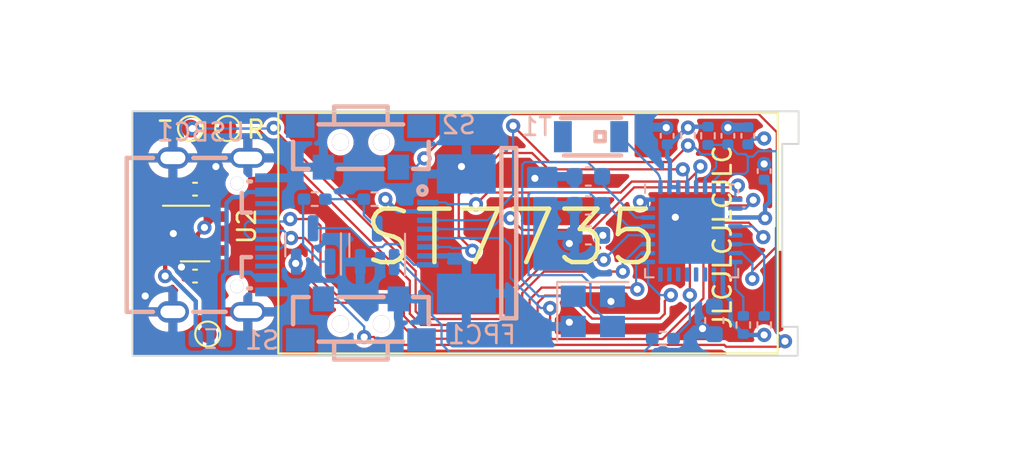
<source format=kicad_pcb>
(kicad_pcb (version 20211014) (generator pcbnew)
  (layers (0 "F.Cu" signal) (1 "In1.Cu" signal) (2 "In2.Cu" signal) (31 "B.Cu" signal) (34 "B.Paste" user) (35 "F.Paste" user) (36 "B.SilkS" user "B.Silkscreen") (37 "F.SilkS" user "F.Silkscreen") (38 "B.Mask" user) (39 "F.Mask" user) (44 "Edge.Cuts" user))
  (net 0 "")
  (net 1 "+5V")
  (net 2 "GND")
  (net 3 "EN")
  (net 4 "+3V3")
  (net 5 "/XTAL1_N")
  (net 6 "/XTAL1_P")
  (net 7 "VDD_SPI")
  (net 8 "Net-(F2-Pad2)")
  (net 9 "Net-(FPC1-Pad1)")
  (net 10 "LCD_RESET")
  (net 11 "LCD_RS")
  (net 12 "LCD_DATA")
  (net 13 "IO2")
  (net 14 "LCD_CS")
  (net 15 "RX")
  (net 16 "TX")
  (net 17 "Net-(Q1-Pad1)")
  (net 18 "Net-(Q1-Pad3)")
  (net 19 "Net-(Q2-Pad1)")
  (net 20 "IO8")
  (net 21 "IO10")
  (net 22 "LCD_BL")
  (net 23 "UPLOAD")
  (net 24 "Net-(T1-Pad1)")
  (net 34 "USB_N")
  (net 35 "USB_P")
  (footprint "01_LCSC_CUSTOM:ST7735_PCB_Connector" (layer "F.Cu") (at 101.5492 50.2142)
    (fp_text reference "FPC1")
    (fp_text value "KH-CL0.5-H2.0-8PS")
  )
  (footprint "Package_TO_SOT_SMD:SOT-23-5" (layer "F.Cu") (at 68.8848 43.4848)
    (fp_text reference "U2")
    (fp_text value "ME6211C33_LDO_3v3_500mA")
  )
  (footprint "Capacitor_SMD:C_0402_1005Metric" (layer "F.Cu") (at 68.8848 45.8724 180)
    (fp_text reference "C10" hide)
    (fp_text value "10uF")
  )
  (footprint "TestPoint:TestPoint_Pad_D1.0mm" (layer "F.Cu") (at 70.7136 37.592)
    (fp_text reference "J2" hide)
    (fp_text value "Conn_01x01_Female")
  )
  (footprint "TestPoint:TestPoint_Pad_D1.0mm" (layer "F.Cu") (at 68.6308 37.592)
    (fp_text reference "J3" hide)
    (fp_text value "Conn_01x01_Female")
  )
  (footprint "Capacitor_SMD:C_0402_1005Metric" (layer "F.Cu") (at 68.8848 40.9956)
    (fp_text reference "C5" hide)
    (fp_text value "10uF")
  )
  (footprint "TestPoint:TestPoint_Pad_D1.0mm" (layer "F.Cu") (at 69.596 49.1236)
    (fp_text reference "J1" hide)
    (fp_text value "Conn_01x01_Female")
  )
  (footprint "Resistor_SMD:R_0402_1005Metric" (layer "B.Cu") (at 96.52 37.9984 90)
    (fp_text reference "R4" hide)
    (fp_text value "10k")
  )
  (footprint "01_LCSC_CUSTOM:USB-C-SMD_TYPE-C-USB-17" (layer "B.Cu") (at 70.2729 43.5592 90)
    (fp_text reference "USBC1")
    (fp_text value "USB3.1C16PFSMT")
  )
  (footprint "Resistor_SMD:R_0402_1005Metric_Pad0.72x0.64mm_HandSolder" (layer "B.Cu") (at 78.9432 41.5544 180)
    (fp_text reference "R8" hide)
    (fp_text value "1k")
  )
  (footprint "Capacitor_SMD:C_0603_1608Metric" (layer "B.Cu") (at 90.932 43.5864 180)
    (fp_text reference "C4" hide)
    (fp_text value "1uF")
  )
  (footprint "01_LCSC_CUSTOM:SMD_Taster_Seitenbetaetigt" (layer "B.Cu") (at 78.1812 38.608)
    (fp_text reference "S2")
    (fp_text value "UPLOAD")
  )
  (footprint "Resistor_SMD:R_0402_1005Metric_Pad0.72x0.64mm_HandSolder" (layer "B.Cu") (at 95.1097 49.3776 180)
    (fp_text reference "R7" hide)
    (fp_text value "1k")
  )
  (footprint "01_LCSC_CUSTOM:Antenne_2.4GHz" (layer "B.Cu") (at 91.0844 38.0492 180)
    (fp_text reference "T1")
    (fp_text value "Antenne_2.4GHz")
  )
  (footprint "Package_TO_SOT_SMD:SOT-23" (layer "B.Cu") (at 79.0956 44.1452 90)
    (fp_text reference "Q1" hide)
    (fp_text value "MMBT5551L")
  )
  (footprint "Capacitor_SMD:C_0603_1608Metric" (layer "B.Cu") (at 90.932 41.91)
    (fp_text reference "C7" hide)
    (fp_text value "15pF")
  )
  (footprint "Package_TO_SOT_SMD:SOT-23" (layer "B.Cu") (at 75.504 44.1221 90)
    (fp_text reference "Q2" hide)
    (fp_text value "MMBT5401")
  )
  (footprint "Capacitor_SMD:C_0402_1005Metric" (layer "B.Cu") (at 99.8728 37.9984 90)
    (fp_text reference "C3" hide)
    (fp_text value "100nF" hide)
  )
  (footprint "Capacitor_SMD:C_0402_1005Metric" (layer "B.Cu") (at 98.7552 37.9984 90)
    (fp_text reference "C1" hide)
    (fp_text value "100nF")
  )
  (footprint "Crystal:Crystal_SMD_3225-4Pin_3.2x2.5mm" (layer "B.Cu") (at 91.186 47.8536)
    (fp_text reference "Y1" hide)
    (fp_text value "Crystal_GND24")
  )
  (footprint "Resistor_SMD:R_0402_1005Metric" (layer "B.Cu") (at 97.6376 37.9984 90)
    (fp_text reference "R1" hide)
    (fp_text value "10k")
  )
  (footprint "Capacitor_SMD:C_0402_1005Metric" (layer "B.Cu") (at 95.3516 37.9984 90)
    (fp_text reference "C2" hide)
    (fp_text value "10uF")
  )
  (footprint "Resistor_SMD:R_0603_1608Metric" (layer "B.Cu") (at 69.7484 49.3776)
    (fp_text reference "F2" hide)
    (fp_text value "250mA")
  )
  (footprint "Capacitor_SMD:C_0603_1608Metric" (layer "B.Cu") (at 90.932 40.2844)
    (fp_text reference "C6" hide)
    (fp_text value "15pF")
  )
  (footprint "Resistor_SMD:R_0402_1005Metric_Pad0.72x0.64mm_HandSolder" (layer "B.Cu") (at 75.5904 41.5544 180)
    (fp_text reference "R9" hide)
    (fp_text value "1k")
  )
  (footprint "Capacitor_SMD:C_0402_1005Metric" (layer "B.Cu") (at 100.7872 39.9796 90)
    (fp_text reference "C8" hide)
    (fp_text value "100nF")
  )
  (footprint "Resistor_SMD:R_0402_1005Metric" (layer "B.Cu") (at 99.6188 48.6156 -90)
    (fp_text reference "R3" hide)
    (fp_text value "10k")
  )
  (footprint "Capacitor_SMD:C_0603_1608Metric" (layer "B.Cu") (at 97.9932 48.3616 -90)
    (fp_text reference "C9" hide)
    (fp_text value "1uF")
  )
  (footprint "Resistor_SMD:R_0402_1005Metric" (layer "B.Cu") (at 100.7872 48.6156 -90)
    (fp_text reference "R2" hide)
    (fp_text value "10k")
  )
  (footprint "Package_DFN_QFN:QFN-32-1EP_5x5mm_P0.5mm_EP3.7x3.7mm" (layer "B.Cu") (at 96.7232 43.3324 -90)
    (fp_text reference "U1" hide)
    (fp_text value "ESP32-C3FN4")
  )
  (footprint "01_LCSC_CUSTOM:SMD_Taster_Seitenbetaetigt" (layer "B.Cu") (at 78.1812 48.3023 180)
    (fp_text reference "S1")
    (fp_text value "RESET")
  )
  (gr_line (start 101.8032 38.4556) (end 101.8032 48.7172) (layer "Edge.Cuts") (width 0.1))
  (gr_line (start 65.3796 36.6268) (end 102.7176 36.6268) (layer "Edge.Cuts") (width 0.1))
  (gr_line (start 102.7176 38.4556) (end 102.6668 38.4556) (layer "Edge.Cuts") (width 0.1))
  (gr_line (start 102.6668 50.3428) (end 65.3796 50.3428) (layer "Edge.Cuts") (width 0.1))
  (gr_line (start 102.7176 36.6268) (end 102.7176 38.4556) (layer "Edge.Cuts") (width 0.1))
  (gr_line (start 65.3796 50.3428) (end 65.3796 36.6268) (layer "Edge.Cuts") (width 0.1))
  (gr_line (start 102.6668 48.7172) (end 102.6668 50.3428) (layer "Edge.Cuts") (width 0.1))
  (gr_line (start 101.8032 48.7172) (end 102.6668 48.7172) (layer "Edge.Cuts") (width 0.1))
  (gr_line (start 102.6668 38.4556) (end 101.8032 38.4556) (layer "Edge.Cuts") (width 0.1))
  (gr_text "R" (at 72.2884 37.6428) (layer "F.SilkS") (effects (font (size 1 1))))
  (gr_text "JLCJLCJLCJLC" (at 98.4504 43.688 90) (layer "F.SilkS") (effects (font (size 1 1))))
  (gr_text "T" (at 67.2084 37.6936) (layer "F.SilkS") (effects (font (size 1 1))))
  (segment (start 67.7473 42.5348) (end 67.367263 42.5348) (width 0.245) (layer "F.Cu") (net 1))
  (segment (start 68.4048 41.8773) (end 67.7473 42.5348) (width 0.245) (layer "F.Cu") (net 1))
  (segment (start 67.352063 42.5196) (end 66.6496 42.5196) (width 0.245) (layer "F.Cu") (net 1))
  (segment (start 66.8884 44.4348) (end 67.7473 44.4348) (width 0.245) (layer "F.Cu") (net 1))
  (segment (start 66.3956 42.7736) (end 66.3956 43.942) (width 0.245) (layer "F.Cu") (net 1))
  (segment (start 67.2084 45.8724) (end 67.2084 44.9737) (width 0.245) (layer "F.Cu") (net 1))
  (segment (start 66.3956 43.942) (end 66.8884 44.4348) (width 0.245) (layer "F.Cu") (net 1))
  (segment (start 67.2084 44.9737) (end 67.7473 44.4348) (width 0.245) (layer "F.Cu") (net 1))
  (segment (start 66.6496 42.5196) (end 66.3956 42.7736) (width 0.245) (layer "F.Cu") (net 1))
  (segment (start 67.367263 42.5348) (end 67.352063 42.5196) (width 0.245) (layer "F.Cu") (net 1))
  (segment (start 68.4048 40.9956) (end 68.4048 41.8773) (width 0.245) (layer "F.Cu") (net 1))
  (via (at 67.2084 45.8724) (size 0.8) (drill 0.4) (layers "F.Cu" "B.Cu") (net 1))
  (segment (start 68.9234 47.2826) (end 67.5132 45.8724) (width 0.245) (layer "B.Cu") (net 1))
  (segment (start 68.9234 49.3776) (end 68.9234 47.4858) (width 0.245) (layer "B.Cu") (net 1))
  (segment (start 68.9234 47.4858) (end 68.9234 47.2826) (width 0.245) (layer "B.Cu") (net 1))
  (segment (start 67.5132 45.8724) (end 67.2084 45.8724) (width 0.245) (layer "B.Cu") (net 1))
  (via (at 95.3008 37.5412) (size 0.8) (drill 0.4) (layers "F.Cu" "B.Cu") (net 2))
  (via (at 70.0532 39.7256) (size 0.8) (drill 0.4) (layers "F.Cu" "B.Cu") (net 2))
  (via (at 100.7872 39.5801) (size 0.8) (drill 0.4) (layers "F.Cu" "B.Cu") (net 2))
  (via (at 89.8652 44.0436) (size 0.8) (drill 0.4) (layers "F.Cu" "B.Cu") (net 2))
  (via (at 66.0908 46.99) (size 0.8) (drill 0.4) (layers "F.Cu" "B.Cu") (net 2))
  (via (at 89.8652 48.4632) (size 0.8) (drill 0.4) (layers "F.Cu" "B.Cu") (net 2))
  (via (at 92.198775 47.2948) (size 0.8) (drill 0.4) (layers "F.Cu" "B.Cu") (net 2))
  (via (at 83.82 39.7256) (size 0.8) (drill 0.4) (layers "F.Cu" "B.Cu") (net 2))
  (via (at 68.1228 45.3644) (size 0.8) (drill 0.4) (layers "F.Cu" "B.Cu") (net 2))
  (via (at 97.3328 48.8188) (size 0.8) (drill 0.4) (layers "F.Cu" "B.Cu") (net 2))
  (via (at 87.9348 40.386) (size 0.8) (drill 0.4) (layers "F.Cu" "B.Cu") (net 2))
  (via (at 95.8088 42.5704) (size 0.8) (drill 0.4) (layers "F.Cu" "B.Cu") (net 2))
  (via (at 98.7552 37.5412) (size 0.8) (drill 0.4) (layers "F.Cu" "B.Cu") (net 2))
  (via (at 67.6656 43.4848) (size 0.8) (drill 0.4) (layers "F.Cu" "B.Cu") (net 2))
  (segment (start 99.8728 37.5184) (end 98.778 37.5184) (width 0.127) (layer "B.Cu") (net 2))
  (segment (start 100.7872 39.4996) (end 100.7872 39.5801) (width 0.127) (layer "B.Cu") (net 2))
  (segment (start 98.778 37.5184) (end 98.7552 37.5412) (width 0.127) (layer "B.Cu") (net 2))
  (segment (start 98.552 49.7332) (end 98.656211 49.837411) (width 0.127) (layer "F.Cu") (net 3))
  (segment (start 78.911148 49.294748) (end 79.331978 49.715578) (width 0.127) (layer "F.Cu") (net 3))
  (segment (start 98.656211 49.837411) (end 101.648189 49.837411) (width 0.127) (layer "F.Cu") (net 3))
  (segment (start 78.365595 49.294748) (end 78.911148 49.294748) (width 0.127) (layer "F.Cu") (net 3))
  (segment (start 79.331978 49.715578) (end 79.3496 49.7332) (width 0.127) (layer "F.Cu") (net 3))
  (segment (start 79.3496 49.7332) (end 98.552 49.7332) (width 0.127) (layer "F.Cu") (net 3))
  (segment (start 101.648189 49.837411) (end 101.9556 49.53) (width 0.127) (layer "F.Cu") (net 3))
  (via (at 78.365595 49.294748) (size 0.8) (drill 0.4) (layers "F.Cu" "B.Cu") (net 3))
  (via (at 101.9556 49.53) (size 0.8) (drill 0.4) (layers "F.Cu" "B.Cu") (net 3))
  (segment (start 101.4476 49.022) (end 101.4476 43.18) (width 0.127) (layer "B.Cu") (net 3))
  (segment (start 78.365595 48.709695) (end 78.365595 49.294748) (width 0.127) (layer "B.Cu") (net 3))
  (segment (start 97.6376 38.5084) (end 98.7252 38.5084) (width 0.127) (layer "B.Cu") (net 3))
  (segment (start 99.8728 39.9796) (end 99.8728 39.1668) (width 0.127) (layer "B.Cu") (net 3))
  (segment (start 99.8728 39.1668) (end 99.72742 39.02142) (width 0.127) (layer "B.Cu") (net 3))
  (segment (start 101.4476 43.18) (end 101.501011 43.126589) (width 0.127) (layer "B.Cu") (net 3))
  (segment (start 99.72742 39.02142) (end 99.29822 39.02142) (width 0.127) (layer "B.Cu") (net 3))
  (segment (start 99.7204 40.132) (end 99.8728 39.9796) (width 0.127) (layer "B.Cu") (net 3))
  (segment (start 101.9556 49.53) (end 101.4476 49.022) (width 0.127) (layer "B.Cu") (net 3))
  (segment (start 101.501011 38.864611) (end 100.452229 38.864611) (width 0.127) (layer "B.Cu") (net 3))
  (segment (start 97.9732 40.8824) (end 97.9732 40.522046) (width 0.127) (layer "B.Cu") (net 3))
  (segment (start 101.501011 43.126589) (end 101.501011 38.864611) (width 0.127) (layer "B.Cu") (net 3))
  (segment (start 98.7252 38.5084) (end 98.7552 38.4784) (width 0.127) (layer "B.Cu") (net 3))
  (segment (start 98.363246 40.132) (end 99.7204 40.132) (width 0.127) (layer "B.Cu") (net 3))
  (segment (start 100.452229 38.864611) (end 100.15004 39.1668) (width 0.127) (layer "B.Cu") (net 3))
  (segment (start 76.0812 47.1523) (end 76.8082 47.1523) (width 0.127) (layer "B.Cu") (net 3))
  (segment (start 99.29822 39.02142) (end 98.7552 38.4784) (width 0.127) (layer "B.Cu") (net 3))
  (segment (start 100.15004 39.1668) (end 99.8728 39.1668) (width 0.127) (layer "B.Cu") (net 3))
  (segment (start 97.9732 40.522046) (end 98.363246 40.132) (width 0.127) (layer "B.Cu") (net 3))
  (segment (start 76.8082 47.1523) (end 78.365595 48.709695) (width 0.127) (layer "B.Cu") (net 3))
  (segment (start 69.596 49.1236) (end 69.596 46.1036) (width 0.245) (layer "F.Cu") (net 4))
  (segment (start 69.596 46.1036) (end 69.3648 45.8724) (width 0.245) (layer "F.Cu") (net 4))
  (segment (start 69.03778 45.54538) (end 69.3648 45.8724) (width 0.245) (layer "F.Cu") (net 4))
  (segment (start 69.03778 43.51932) (end 69.03778 45.54538) (width 0.245) (layer "F.Cu") (net 4))
  (segment (start 70.0223 42.5348) (end 69.03778 43.51932) (width 0.245) (layer "F.Cu") (net 4))
  (via (at 100.7872 38.1508) (size 0.8) (drill 0.4) (layers "F.Cu" "B.Cu") (net 4))
  (via (at 79.5528 41.5544) (size 0.8) (drill 0.4) (layers "F.Cu" "B.Cu") (net 4))
  (via (at 96.52 37.5412) (size 0.8) (drill 0.4) (layers "F.Cu" "B.Cu") (net 4))
  (via (at 100.7872 49.1744) (size 0.8) (drill 0.4) (layers "F.Cu" "B.Cu") (net 4))
  (via (at 93.8276 41.7068) (size 0.8) (drill 0.4) (layers "F.Cu" "B.Cu") (net 4))
  (via (at 91.7448 43.5864) (size 0.8) (drill 0.4) (layers "F.Cu" "B.Cu") (net 4))
  (via (at 100.838 42.6212) (size 0.8) (drill 0.4) (layers "F.Cu" "B.Cu") (net 4))
  (via (at 69.41035 43.14675) (size 0.8) (drill 0.4) (layers "F.Cu" "B.Cu") (net 4))
  (via (at 74.5236 45.1612) (size 0.8) (drill 0.4) (layers "F.Cu" "B.Cu") (net 4))
  (segment (start 94.2732 42.0824) (end 94.2732 41.5824) (width 0.127) (layer "B.Cu") (net 4))
  (segment (start 100.7872 49.1744) (end 99.6676 49.1744) (width 0.245) (layer "B.Cu") (net 4))
  (segment (start 94.2452 41.5544) (end 94.2732 41.5824) (width 0.127) (layer "B.Cu") (net 4))
  (segment (start 96.52 37.4884) (end 95.53 38.4784) (width 0.245) (layer "B.Cu") (net 4))
  (segment (start 95.3516 38.4784) (end 95.3516 39.2176) (width 0.245) (layer "B.Cu") (net 4))
  (segment (start 80.2376 42.2392) (end 81.9302 42.2392) (width 0.245) (layer "B.Cu") (net 4))
  (segment (start 100.838 42.6212) (end 100.838 41.9608) (width 0.245) (layer "B.Cu") (net 4))
  (segment (start 98.4732 45.7824) (end 98.4732 46.817997) (width 0.245) (layer "B.Cu") (net 4))
  (segment (start 95.3516 39.2176) (end 95.504 39.37) (width 0.245) (layer "B.Cu") (net 4))
  (segment (start 93.8276 41.5544) (end 94.2452 41.5544) (width 0.127) (layer "B.Cu") (net 4))
  (segment (start 99.6676 49.1744) (end 99.6188 49.1256) (width 0.245) (layer "B.Cu") (net 4))
  (segment (start 95.504 39.37) (end 95.504 40.8516) (width 0.245) (layer "B.Cu") (net 4))
  (segment (start 79.5528 41.5544) (end 80.2376 42.2392) (width 0.245) (layer "B.Cu") (net 4))
  (segment (start 100.7872 38.1508) (end 100.2004 38.1508) (width 0.245) (layer "B.Cu") (net 4))
  (segment (start 100.2004 38.1508) (end 99.8728 38.4784) (width 0.245) (layer "B.Cu") (net 4))
  (segment (start 98.899203 48.406003) (end 99.6188 49.1256) (width 0.245) (layer "B.Cu") (net 4))
  (segment (start 101.092 40.7644) (end 100.7872 40.4596) (width 0.245) (layer "B.Cu") (net 4))
  (segment (start 96.52 37.4884) (end 97.6376 37.4884) (width 0.245) (layer "B.Cu") (net 4))
  (segment (start 95.504 40.8516) (end 95.4732 40.8824) (width 0.245) (layer "B.Cu") (net 4))
  (segment (start 99.1732 42.5824) (end 100.822 42.5824) (width 0.245) (layer "B.Cu") (net 4))
  (segment (start 95.53 38.4784) (end 95.3516 38.4784) (width 0.245) (layer "B.Cu") (net 4))
  (segment (start 95.4732 40.8824) (end 95.9732 40.8824) (width 0.245) (layer "B.Cu") (net 4))
  (segment (start 101.092 41.7068) (end 101.092 40.7644) (width 0.245) (layer "B.Cu") (net 4))
  (segment (start 98.899203 47.244) (end 98.899203 48.406003) (width 0.245) (layer "B.Cu") (net 4))
  (segment (start 98.4732 46.817997) (end 98.899203 47.244) (width 0.245) (layer "B.Cu") (net 4))
  (segment (start 100.838 41.9608) (end 101.092 41.7068) (width 0.245) (layer "B.Cu") (net 4))
  (segment (start 94.2732 42.5824) (end 93.5856 42.5824) (width 0.127) (layer "B.Cu") (net 5))
  (segment (start 87.2236 39.624) (end 87.376 39.4716) (width 0.127) (layer "B.Cu") (net 5))
  (segment (start 93.5856 42.5824) (end 91.707 40.7038) (width 0.127) (layer "B.Cu") (net 5))
  (segment (start 90.086 47.0036) (end 88.1516 47.0036) (width 0.127) (layer "B.Cu") (net 5))
  (segment (start 87.2236 46.0756) (end 87.2236 39.624) (width 0.127) (layer "B.Cu") (net 5))
  (segment (start 90.8942 39.4716) (end 91.707 40.2844) (width 0.127) (layer "B.Cu") (net 5))
  (segment (start 88.1516 47.0036) (end 87.2236 46.0756) (width 0.127) (layer "B.Cu") (net 5))
  (segment (start 91.707 40.7038) (end 91.707 40.2844) (width 0.127) (layer "B.Cu") (net 5))
  (segment (start 87.376 39.4716) (end 90.8942 39.4716) (width 0.127) (layer "B.Cu") (net 5))
  (segment (start 90.96898 41.17198) (end 91.707 41.91) (width 0.127) (layer "B.Cu") (net 6))
  (segment (start 87.5792 45.8216) (end 87.5792 41.3004) (width 0.127) (layer "B.Cu") (net 6))
  (segment (start 91.707 41.91) (end 91.9988 41.91) (width 0.127) (layer "B.Cu") (net 6))
  (segment (start 91.9988 41.91) (end 93.1712 43.0824) (width 0.127) (layer "B.Cu") (net 6))
  (segment (start 87.70762 41.17198) (end 90.96898 41.17198) (width 0.127) (layer "B.Cu") (net 6))
  (segment (start 91.049011 47.466611) (end 91.049011 46.294211) (width 0.127) (layer "B.Cu") (net 6))
  (segment (start 93.1712 43.0824) (end 94.2732 43.0824) (width 0.127) (layer "B.Cu") (net 6))
  (segment (start 92.286 48.7036) (end 91.049011 47.466611) (width 0.127) (layer "B.Cu") (net 6))
  (segment (start 91.049011 46.294211) (end 90.5764 45.8216) (width 0.127) (layer "B.Cu") (net 6))
  (segment (start 90.5764 45.8216) (end 87.5792 45.8216) (width 0.127) (layer "B.Cu") (net 6))
  (segment (start 87.5792 41.3004) (end 87.70762 41.17198) (width 0.127) (layer "B.Cu") (net 6))
  (segment (start 97.9732 47.5666) (end 97.9932 47.5866) (width 0.127) (layer "B.Cu") (net 7))
  (segment (start 97.9732 45.7824) (end 97.9732 47.5666) (width 0.127) (layer "B.Cu") (net 7))
  (segment (start 71.827633 41.1592) (end 72.9029 41.1592) (width 0.245) (layer "B.Cu") (net 8))
  (segment (start 71.996579 45.682179) (end 72.2736 45.9592) (width 0.245) (layer "B.Cu") (net 8))
  (segment (start 72.2736 45.9592) (end 72.9029 45.9592) (width 0.245) (layer "B.Cu") (net 8))
  (segment (start 70.5734 49.3776) (end 70.465879 49.270079) (width 0.245) (layer "B.Cu") (net 8))
  (segment (start 70.649821 45.682179) (end 70.649821 41.770579) (width 0.245) (layer "B.Cu") (net 8))
  (segment (start 70.649821 45.682179) (end 71.996579 45.682179) (width 0.245) (layer "B.Cu") (net 8))
  (segment (start 70.465879 45.866121) (end 70.649821 45.682179) (width 0.245) (layer "B.Cu") (net 8))
  (segment (start 70.984179 41.436221) (end 71.550612 41.436221) (width 0.245) (layer "B.Cu") (net 8))
  (segment (start 70.465879 49.270079) (end 70.465879 45.866121) (width 0.245) (layer "B.Cu") (net 8))
  (segment (start 71.550612 41.436221) (end 71.827633 41.1592) (width 0.245) (layer "B.Cu") (net 8))
  (segment (start 70.649821 41.770579) (end 70.984179 41.436221) (width 0.245) (layer "B.Cu") (net 8))
  (segment (start 81.9302 45.2392) (end 81.1548 45.2392) (width 0.127) (layer "B.Cu") (net 9))
  (segment (start 77.569098 43.1846) (end 75.504 43.1846) (width 0.127) (layer "B.Cu") (net 9))
  (segment (start 78.631298 44.2468) (end 77.569098 43.1846) (width 0.127) (layer "B.Cu") (net 9))
  (segment (start 80.60862 44.69302) (end 80.60862 44.324122) (width 0.127) (layer "B.Cu") (net 9))
  (segment (start 80.60862 44.324122) (end 80.366678 44.08218) (width 0.127) (layer "B.Cu") (net 9))
  (segment (start 80.366678 44.08218) (end 79.542718 44.08218) (width 0.127) (layer "B.Cu") (net 9))
  (segment (start 79.542718 44.08218) (end 79.378098 44.2468) (width 0.127) (layer "B.Cu") (net 9))
  (segment (start 81.1548 45.2392) (end 80.60862 44.69302) (width 0.127) (layer "B.Cu") (net 9))
  (segment (start 79.378098 44.2468) (end 78.631298 44.2468) (width 0.127) (layer "B.Cu") (net 9))
  (segment (start 83.6676 43.6372) (end 83.6676 41.3004) (width 0.127) (layer "F.Cu") (net 10))
  (segment (start 84.328 44.2976) (end 83.6676 43.6372) (width 0.127) (layer "F.Cu") (net 10))
  (segment (start 83.6676 41.3004) (end 86.0044 38.9636) (width 0.127) (layer "F.Cu") (net 10))
  (segment (start 86.0044 38.9636) (end 87.777831 38.9636) (width 0.127) (layer "F.Cu") (net 10))
  (segment (start 87.777831 38.9636) (end 88.649364 39.835134) (width 0.127) (layer "F.Cu") (net 10))
  (segment (start 88.649364 39.881364) (end 96.226 39.881364) (width 0.127) (layer "F.Cu") (net 10))
  (segment (start 88.649364 39.835134) (end 88.649364 39.881364) (width 0.127) (layer "F.Cu") (net 10))
  (via (at 84.4296 44.45) (size 0.8) (drill 0.4) (layers "F.Cu" "B.Cu") (net 10))
  (via (at 96.226 39.881364) (size 0.8) (drill 0.4) (layers "F.Cu" "B.Cu") (net 10))
  (segment (start 96.4732 40.8824) (end 96.4732 40.128564) (width 0.127) (layer "B.Cu") (net 10))
  (segment (start 83.2612 44.2976) (end 84.328 44.2976) (width 0.127) (layer "B.Cu") (net 10))
  (segment (start 83.2028 44.2392) (end 83.2612 44.2976) (width 0.127) (layer "B.Cu") (net 10))
  (segment (start 83.2028 44.2392) (end 81.9302 44.2392) (width 0.127) (layer "B.Cu") (net 10))
  (segment (start 96.4732 40.128564) (end 96.226 39.881364) (width 0.127) (layer "B.Cu") (net 10))
  (segment (start 88.788391 49.295071) (end 88.788391 47.6666) (width 0.127) (layer "F.Cu") (net 11))
  (segment (start 100.7364 43.688) (end 99.9236 42.8752) (width 0.127) (layer "F.Cu") (net 11))
  (segment (start 99.9236 42.8752) (end 98.044 42.8752) (width 0.127) (layer "F.Cu") (net 11))
  (segment (start 88.9 49.40668) (end 88.788391 49.295071) (width 0.127) (layer "F.Cu") (net 11))
  (segment (start 98.044 42.8752) (end 97.3836 43.5356) (width 0.127) (layer "F.Cu") (net 11))
  (segment (start 97.3836 47.11484) (end 95.09176 49.40668) (width 0.127) (layer "F.Cu") (net 11))
  (segment (start 95.09176 49.40668) (end 88.9 49.40668) (width 0.127) (layer "F.Cu") (net 11))
  (segment (start 97.3836 43.5356) (end 97.3836 47.11484) (width 0.127) (layer "F.Cu") (net 11))
  (via (at 88.788391 47.6666) (size 0.8) (drill 0.4) (layers "F.Cu" "B.Cu") (net 11))
  (via (at 100.7364 43.688) (size 0.8) (drill 0.4) (layers "F.Cu" "B.Cu") (net 11))
  (segment (start 86.1572 43.7392) (end 81.9302 43.7392) (width 0.127) (layer "B.Cu") (net 11))
  (segment (start 88.2558 47.6666) (end 86.5632 45.974) (width 0.127) (layer "B.Cu") (net 11))
  (segment (start 88.788391 47.6666) (end 88.2558 47.6666) (width 0.127) (layer "B.Cu") (net 11))
  (segment (start 100.1308 43.0824) (end 100.7364 43.688) (width 0.127) (layer "B.Cu") (net 11))
  (segment (start 99.1732 43.0824) (end 100.1308 43.0824) (width 0.127) (layer "B.Cu") (net 11))
  (segment (start 86.5632 45.974) (end 86.5632 44.1452) (width 0.127) (layer "B.Cu") (net 11))
  (segment (start 86.5632 44.1452) (end 86.1572 43.7392) (width 0.127) (layer "B.Cu") (net 11))
  (segment (start 87.221 43.2816) (end 86.5606 42.6212) (width 0.127) (layer "F.Cu") (net 12))
  (segment (start 91.11196 43.2816) (end 87.221 43.2816) (width 0.127) (layer "F.Cu") (net 12))
  (segment (start 93.49956 40.894) (end 91.11196 43.2816) (width 0.127) (layer "F.Cu") (net 12))
  (segment (start 99.215 40.894) (end 93.49956 40.894) (width 0.127) (layer "F.Cu") (net 12))
  (segment (start 99.314 40.795) (end 99.215 40.894) (width 0.127) (layer "F.Cu") (net 12))
  (via (at 86.5606 42.6212) (size 0.8) (drill 0.4) (layers "F.Cu" "B.Cu") (net 12))
  (via (at 99.314 40.795) (size 0.8) (drill 0.4) (layers "F.Cu" "B.Cu") (net 12))
  (segment (start 99.1732 41.5824) (end 99.1732 40.9358) (width 0.127) (layer "B.Cu") (net 12))
  (segment (start 86.0552 42.6212) (end 85.4372 43.2392) (width 0.127) (layer "B.Cu") (net 12))
  (segment (start 86.5606 42.6212) (end 86.0552 42.6212) (width 0.127) (layer "B.Cu") (net 12))
  (segment (start 85.4372 43.2392) (end 81.9302 43.2392) (width 0.127) (layer "B.Cu") (net 12))
  (segment (start 99.1732 40.9358) (end 99.314 40.795) (width 0.127) (layer "B.Cu") (net 12))
  (segment (start 86.7156 37.4396) (end 88.7476 39.4716) (width 0.127) (layer "F.Cu") (net 13))
  (segment (start 88.7476 39.4716) (end 95.589103 39.4716) (width 0.127) (layer "F.Cu") (net 13))
  (segment (start 95.589103 39.4716) (end 96.52 38.540703) (width 0.127) (layer "F.Cu") (net 13))
  (via (at 96.52 38.540703) (size 0.8) (drill 0.4) (layers "F.Cu" "B.Cu") (net 13))
  (via (at 86.7156 37.4396) (size 0.8) (drill 0.4) (layers "F.Cu" "B.Cu") (net 13))
  (segment (start 96.52 38.540703) (end 96.655903 38.540703) (width 0.127) (layer "B.Cu") (net 13))
  (segment (start 96.52 38.5084) (end 96.754715 38.5084) (width 0.127) (layer "B.Cu") (net 13))
  (segment (start 97.4732 40.398) (end 97.4732 40.8824) (width 0.127) (layer "B.Cu") (net 13))
  (segment (start 98.0948 39.7764) (end 97.4732 40.398) (width 0.127) (layer "B.Cu") (net 13))
  (segment (start 86.6648 41.3512) (end 86.7156 41.3004) (width 0.127) (layer "B.Cu") (net 13))
  (segment (start 86.7156 41.3004) (end 86.7156 37.4396) (width 0.127) (layer "B.Cu") (net 13))
  (segment (start 85.2768 42.7392) (end 86.6648 41.3512) (width 0.127) (layer "B.Cu") (net 13))
  (segment (start 98.0948 39.1668) (end 98.0948 39.7764) (width 0.127) (layer "B.Cu") (net 13))
  (segment (start 96.754715 38.5084) (end 97.287735 39.04142) (width 0.127) (layer "B.Cu") (net 13))
  (segment (start 81.9302 42.7392) (end 85.2768 42.7392) (width 0.127) (layer "B.Cu") (net 13))
  (segment (start 97.96942 39.04142) (end 98.0948 39.1668) (width 0.127) (layer "B.Cu") (net 13))
  (segment (start 97.287735 39.04142) (end 97.96942 39.04142) (width 0.127) (layer "B.Cu") (net 13))
  (segment (start 97.212451 39.720369) (end 97.212451 39.832553) (width 0.127) (layer "F.Cu") (net 14))
  (segment (start 93.36431 40.56748) (end 92.746895 41.184895) (width 0.127) (layer "F.Cu") (net 14))
  (segment (start 85.286607 41.184895) (end 84.6328 41.838702) (width 0.127) (layer "F.Cu") (net 14))
  (segment (start 97.212451 39.832553) (end 96.477524 40.56748) (width 0.127) (layer "F.Cu") (net 14))
  (segment (start 96.477524 40.56748) (end 93.36431 40.56748) (width 0.127) (layer "F.Cu") (net 14))
  (segment (start 92.746895 41.184895) (end 85.286607 41.184895) (width 0.127) (layer "F.Cu") (net 14))
  (via (at 97.212451 39.720369) (size 0.8) (drill 0.4) (layers "F.Cu" "B.Cu") (net 14))
  (via (at 84.6328 41.838702) (size 0.8) (drill 0.4) (layers "F.Cu" "B.Cu") (net 14))
  (segment (start 82.938 41.7392) (end 81.9302 41.7392) (width 0.127) (layer "B.Cu") (net 14))
  (segment (start 84.6328 41.838702) (end 83.037502 41.838702) (width 0.127) (layer "B.Cu") (net 14))
  (segment (start 96.9732 39.95962) (end 97.212451 39.720369) (width 0.127) (layer "B.Cu") (net 14))
  (segment (start 96.9732 40.8824) (end 96.9732 39.95962) (width 0.127) (layer "B.Cu") (net 14))
  (segment (start 83.037502 41.838702) (end 82.938 41.7392) (width 0.127) (layer "B.Cu") (net 14))
  (segment (start 80.9244 46.1264) (end 72.39 37.592) (width 0.127) (layer "F.Cu") (net 15))
  (segment (start 81.548908 48.612538) (end 80.9244 47.98803) (width 0.127) (layer "F.Cu") (net 15))
  (segment (start 88.4428 45.6184) (end 87.2236 46.8376) (width 0.127) (layer "F.Cu") (net 15))
  (segment (start 86.769462 48.612538) (end 81.548908 48.612538) (width 0.127) (layer "F.Cu") (net 15))
  (segment (start 80.9244 47.98803) (end 80.9244 46.1264) (width 0.127) (layer "F.Cu") (net 15))
  (segment (start 72.39 37.592) (end 70.7136 37.592) (width 0.127) (layer "F.Cu") (net 15))
  (segment (start 87.2236 46.8376) (end 87.2236 48.1584) (width 0.127) (layer "F.Cu") (net 15))
  (segment (start 87.2236 48.1584) (end 86.769462 48.612538) (width 0.127) (layer "F.Cu") (net 15))
  (segment (start 92.8624 45.6184) (end 88.4428 45.6184) (width 0.127) (layer "F.Cu") (net 15))
  (via (at 92.8624 45.6184) (size 0.8) (drill 0.4) (layers "F.Cu" "B.Cu") (net 15))
  (segment (start 92.8624 45.132846) (end 92.8624 45.6184) (width 0.127) (layer "B.Cu") (net 15))
  (segment (start 94.2732 44.0824) (end 93.912846 44.0824) (width 0.127) (layer "B.Cu") (net 15))
  (segment (start 93.912846 44.0824) (end 92.8624 45.132846) (width 0.127) (layer "B.Cu") (net 15))
  (segment (start 81.25092 45.58932) (end 73.290612 37.629012) (width 0.127) (layer "F.Cu") (net 16))
  (segment (start 81.25092 47.85278) (end 81.25092 45.991151) (width 0.127) (layer "F.Cu") (net 16))
  (segment (start 88.11628 45.483151) (end 86.89708 46.702351) (width 0.127) (layer "F.Cu") (net 16))
  (segment (start 91.7956 44.9554) (end 88.64403 44.9554) (width 0.127) (layer "F.Cu") (net 16))
  (segment (start 73.290612 37.629012) (end 73.290612 37.554988) (width 0.127) (layer "F.Cu") (net 16))
  (segment (start 86.89708 46.702351) (end 86.89708 47.8028) (width 0.127) (layer "F.Cu") (net 16))
  (segment (start 86.89708 48.02315) (end 86.634212 48.286018) (width 0.127) (layer "F.Cu") (net 16))
  (segment (start 81.25092 45.991151) (end 81.25092 45.99115) (width 0.127) (layer "F.Cu") (net 16))
  (segment (start 81.25092 45.99115) (end 81.25092 45.58932) (width 0.127) (layer "F.Cu") (net 16))
  (segment (start 86.89708 47.8028) (end 86.89708 48.02315) (width 0.127) (layer "F.Cu") (net 16))
  (segment (start 88.64403 44.9554) (end 88.11628 45.483151) (width 0.127) (layer "F.Cu") (net 16))
  (segment (start 86.634212 48.286018) (end 81.684158 48.286018) (width 0.127) (layer "F.Cu") (net 16))
  (segment (start 81.684158 48.286018) (end 81.25092 47.85278) (width 0.127) (layer "F.Cu") (net 16))
  (via (at 73.290612 37.554988) (size 0.8) (drill 0.4) (layers "F.Cu" "B.Cu") (net 16))
  (via (at 91.7956 44.9554) (size 0.8) (drill 0.4) (layers "F.Cu" "B.Cu") (net 16))
  (via (at 68.7324 37.592) (size 0.8) (drill 0.4) (layers "F.Cu" "B.Cu") (net 16))
  (segment (start 73.290612 37.554988) (end 73.2536 37.592) (width 0.127) (layer "B.Cu") (net 16))
  (segment (start 93.1686 43.5824) (end 91.7956 44.9554) (width 0.127) (layer "B.Cu") (net 16))
  (segment (start 94.2732 43.5824) (end 93.1686 43.5824) (width 0.127) (layer "B.Cu") (net 16))
  (segment (start 73.2536 37.592) (end 68.7324 37.592) (width 0.127) (layer "B.Cu") (net 16))
  (segment (start 82.177189 46.871189) (end 82.177189 48.090389) (width 0.127) (layer "B.Cu") (net 17))
  (segment (start 82.7024 48.6156) (end 82.7024 49.6824) (width 0.127) (layer "B.Cu") (net 17))
  (segment (start 82.177189 48.090389) (end 82.7024 48.6156) (width 0.127) (layer "B.Cu") (net 17))
  (segment (start 83.1596 50.1396) (end 94.0308 50.1396) (width 0.127) (layer "B.Cu") (net 17))
  (segment (start 94.0308 50.1396) (end 94.5122 49.6582) (width 0.127) (layer "B.Cu") (net 17))
  (segment (start 80.0456 45.0827) (end 80.3887 45.0827) (width 0.127) (layer "B.Cu") (net 17))
  (segment (start 94.5122 49.6582) (end 94.5122 49.3776) (width 0.127) (layer "B.Cu") (net 17))
  (segment (start 82.7024 49.6824) (end 83.1596 50.1396) (width 0.127) (layer "B.Cu") (net 17))
  (segment (start 80.3887 45.0827) (end 82.177189 46.871189) (width 0.127) (layer "B.Cu") (net 17))
  (segment (start 78.3457 42.4578) (end 79.0956 43.2077) (width 0.127) (layer "B.Cu") (net 18))
  (segment (start 78.3457 41.5544) (end 78.3457 42.4578) (width 0.127) (layer "B.Cu") (net 18))
  (segment (start 78.3457 41.5544) (end 76.1879 41.5544) (width 0.127) (layer "B.Cu") (net 18))
  (segment (start 75.8952 45.0596) (end 74.94098 44.10538) (width 0.127) (layer "B.Cu") (net 19))
  (segment (start 74.94098 41.60632) (end 74.9929 41.5544) (width 0.127) (layer "B.Cu") (net 19))
  (segment (start 74.94098 44.10538) (end 74.94098 41.60632) (width 0.127) (layer "B.Cu") (net 19))
  (segment (start 76.454 45.0596) (end 75.8952 45.0596) (width 0.127) (layer "B.Cu") (net 19))
  (segment (start 100.7872 44.704) (end 100.1656 44.0824) (width 0.127) (layer "B.Cu") (net 20))
  (segment (start 100.7872 48.1056) (end 100.7872 44.704) (width 0.127) (layer "B.Cu") (net 20))
  (segment (start 100.1656 44.0824) (end 99.1732 44.0824) (width 0.127) (layer "B.Cu") (net 20))
  (segment (start 99.6188 47.0408) (end 99.6188 48.1056) (width 0.127) (layer "B.Cu") (net 21))
  (segment (start 99.1732 45.0824) (end 99.1732 46.5952) (width 0.127) (layer "B.Cu") (net 21))
  (segment (start 99.1732 46.5952) (end 99.6188 47.0408) (width 0.127) (layer "B.Cu") (net 21))
  (segment (start 100.1727 41.6052) (end 99.9236 41.8543) (width 0.127) (layer "F.Cu") (net 22))
  (segment (start 97.6376 41.91) (end 99.9236 41.91) (width 0.127) (layer "F.Cu") (net 22))
  (segment (start 99.9236 41.8543) (end 99.9236 41.91) (width 0.127) (layer "F.Cu") (net 22))
  (segment (start 96.6216 46.8376) (end 96.6216 46.9392) (width 0.127) (layer "F.Cu") (net 22))
  (segment (start 96.6216 42.926) (end 97.6376 41.91) (width 0.127) (layer "F.Cu") (net 22))
  (segment (start 96.6216 42.926) (end 96.6216 46.8376) (width 0.127) (layer "F.Cu") (net 22))
  (via (at 100.1727 41.6052) (size 0.8) (drill 0.4) (layers "F.Cu" "B.Cu") (net 22))
  (via (at 96.6216 46.9392) (size 0.8) (drill 0.4) (layers "F.Cu" "B.Cu") (net 22))
  (segment (start 96.6216 48.4632) (end 95.7072 49.3776) (width 0.127) (layer "B.Cu") (net 22))
  (segment (start 99.1732 42.0824) (end 99.7512 42.0824) (width 0.127) (layer "B.Cu") (net 22))
  (segment (start 96.6216 46.9392) (end 96.6216 48.4632) (width 0.127) (layer "B.Cu") (net 22))
  (segment (start 100.1727 41.6609) (end 100.1727 41.6052) (width 0.127) (layer "B.Cu") (net 22))
  (segment (start 99.7512 42.0824) (end 100.1727 41.6609) (width 0.127) (layer "B.Cu") (net 22))
  (segment (start 101.501011 41.963411) (end 101.501011 37.797811) (width 0.127) (layer "F.Cu") (net 23))
  (segment (start 100.1242 46.0248) (end 100.1242 45.5702) (width 0.127) (layer "F.Cu") (net 23))
  (segment (start 101.501011 37.797811) (end 100.479789 36.776589) (width 0.127) (layer "F.Cu") (net 23))
  (segment (start 84.731789 36.776589) (end 84.127411 36.776589) (width 0.127) (layer "F.Cu") (net 23))
  (segment (start 100.479789 36.776589) (end 84.731789 36.776589) (width 0.127) (layer "F.Cu") (net 23))
  (segment (start 81.7372 39.1668) (end 81.7372 39.2684) (width 0.127) (layer "F.Cu") (net 23))
  (segment (start 84.127411 36.776589) (end 81.7372 39.1668) (width 0.127) (layer "F.Cu") (net 23))
  (segment (start 101.501011 44.193389) (end 101.501011 41.963411) (width 0.127) (layer "F.Cu") (net 23))
  (segment (start 100.1242 45.5702) (end 101.501011 44.193389) (width 0.127) (layer "F.Cu") (net 23))
  (via (at 100.1242 46.0248) (size 0.8) (drill 0.4) (layers "F.Cu" "B.Cu") (net 23))
  (via (at 81.7372 39.2684) (size 0.8) (drill 0.4) (layers "F.Cu" "B.Cu") (net 23))
  (segment (start 99.1732 44.5824) (end 99.533554 44.5824) (width 0.127) (layer "B.Cu") (net 23))
  (segment (start 100.1242 45.173046) (end 100.1242 46.0248) (width 0.127) (layer "B.Cu") (net 23))
  (segment (start 81.7372 39.2684) (end 81.2476 39.758) (width 0.127) (layer "B.Cu") (net 23))
  (segment (start 99.533554 44.5824) (end 100.1242 45.173046) (width 0.127) (layer "B.Cu") (net 23))
  (segment (start 81.2476 39.758) (end 80.2812 39.758) (width 0.127) (layer "B.Cu") (net 23))
  (segment (start 94.753714 40.042114) (end 92.794882 38.083282) (width 0.127) (layer "B.Cu") (net 24))
  (segment (start 92.7126 38.0492) (end 92.6644 38.0492) (width 0.127) (layer "B.Cu") (net 24))
  (segment (start 94.9732 40.572) (end 94.9732 40.8824) (width 0.127) (layer "B.Cu") (net 24))
  (arc (start 92.794882 38.083282) (mid 92.75713 38.058057) (end 92.7126 38.0492) (width 0.127) (layer "B.Cu") (net 24))
  (arc (start 94.753714 40.042114) (mid 94.916157 40.285227) (end 94.9732 40.572) (width 0.127) (layer "B.Cu") (net 24))
  (segment (start 95.5548 46.939211) (end 95.21832 47.275691) (width 0.127) (layer "F.Cu") (net 34))
  (segment (start 80.1406 47.5404) (end 79.9676 47.3674) (width 0.127) (layer "F.Cu") (net 34))
  (segment (start 79.9676 47.3674) (end 76.6148 47.3674) (width 0.127) (layer "F.Cu") (net 34))
  (segment (start 75.467 46.2196) (end 75.467 44.1742) (width 0.127) (layer "F.Cu") (net 34))
  (segment (start 94.9452 48.26) (end 91.1464 48.26) (width 0.127) (layer "F.Cu") (net 34))
  (segment (start 80.1406 48.3024) (end 80.1406 47.5404) (width 0.127) (layer "F.Cu") (net 34))
  (segment (start 95.21832 47.98688) (end 94.9452 48.26) (width 0.127) (layer "F.Cu") (net 34))
  (segment (start 89.853489 46.967089) (end 88.498643 46.967089) (width 0.127) (layer "F.Cu") (net 34))
  (segment (start 87.43152 49.389058) (end 81.227258 49.389058) (width 0.127) (layer "F.Cu") (net 34))
  (segment (start 81.227258 49.389058) (end 80.1406 48.3024) (width 0.127) (layer "F.Cu") (net 34))
  (segment (start 91.1464 48.26) (end 89.853489 46.967089) (width 0.127) (layer "F.Cu") (net 34))
  (segment (start 88.498643 46.967089) (end 88.08888 47.376852) (width 0.127) (layer "F.Cu") (net 34))
  (segment (start 95.21832 47.275691) (end 95.21832 47.98688) (width 0.127) (layer "F.Cu") (net 34))
  (segment (start 88.08888 48.731698) (end 87.43152 49.389058) (width 0.127) (layer "F.Cu") (net 34))
  (segment (start 75.027679 43.734879) (end 74.268881 43.734879) (width 0.127) (layer "F.Cu") (net 34))
  (segment (start 75.467 44.1742) (end 75.027679 43.734879) (width 0.127) (layer "F.Cu") (net 34))
  (segment (start 88.08888 47.376852) (end 88.08888 48.731698) (width 0.127) (layer "F.Cu") (net 34))
  (segment (start 76.6148 47.3674) (end 75.467 46.2196) (width 0.127) (layer "F.Cu") (net 34))
  (via (at 95.5548 46.939211) (size 0.8) (drill 0.4) (layers "F.Cu" "B.Cu") (net 34))
  (via (at 74.268881 43.734879) (size 0.8) (drill 0.4) (layers "F.Cu" "B.Cu") (net 34))
  (segment (start 72.9029 43.3092) (end 73.843202 43.3092) (width 0.127) (layer "B.Cu") (net 34))
  (segment (start 95.5548 46.939211) (end 94.945211 46.939211) (width 0.127) (layer "B.Cu") (net 34))
  (segment (start 74.268881 43.734879) (end 73.69456 44.3092) (width 0.127) (layer "B.Cu") (net 34))
  (segment (start 73.69456 44.3092) (end 72.9029 44.3092) (width 0.127) (layer "B.Cu") (net 34))
  (segment (start 94.2732 46.2672) (end 94.2732 45.0824) (width 0.127) (layer "B.Cu") (net 34))
  (segment (start 94.945211 46.939211) (end 94.2732 46.2672) (width 0.127) (layer "B.Cu") (net 34))
  (segment (start 73.843202 43.3092) (end 74.268881 43.734879) (width 0.127) (layer "B.Cu") (net 34))
  (segment (start 75.5396 42.672) (end 75.917 43.0494) (width 0.127) (layer "F.Cu") (net 35))
  (segment (start 76.8012 46.9174) (end 75.917 46.0332) (width 0.127) (layer "F.Cu") (net 35))
  (segment (start 87.245122 48.939058) (end 81.413658 48.939058) (width 0.127) (layer "F.Cu") (net 35))
  (segment (start 80.5906 47.354) (end 80.154 46.9174) (width 0.127) (layer "F.Cu") (net 35))
  (segment (start 80.5906 48.116) (end 80.5906 47.354) (width 0.127) (layer "F.Cu") (net 35))
  (segment (start 75.917 46.0332) (end 75.917 44.4076) (width 0.127) (layer "F.Cu") (net 35))
  (segment (start 75.917 43.0494) (end 75.917 44.4076) (width 0.127) (layer "F.Cu") (net 35))
  (segment (start 80.154 46.9174) (end 76.8012 46.9174) (width 0.127) (layer "F.Cu") (net 35))
  (segment (start 89.667082 46.517098) (end 89.900298 46.517098) (width 0.127) (layer "F.Cu") (net 35))
  (segment (start 87.638889 48.545291) (end 87.245122 48.939058) (width 0.127) (layer "F.Cu") (net 35))
  (segment (start 81.413658 48.939058) (end 80.5906 48.116) (width 0.127) (layer "F.Cu") (net 35))
  (segment (start 74.2188 42.672) (end 75.5396 42.672) (width 0.127) (layer "F.Cu") (net 35))
  (segment (start 88.31225 46.517098) (end 87.638889 47.19046) (width 0.127) (layer "F.Cu") (net 35))
  (segment (start 89.667082 46.517098) (end 88.31225 46.517098) (width 0.127) (layer "F.Cu") (net 35))
  (segment (start 87.638889 47.19046) (end 87.638889 48.545291) (width 0.127) (layer "F.Cu") (net 35))
  (segment (start 89.900298 46.517098) (end 93.579607 46.517098) (width 0.127) (layer "F.Cu") (net 35))
  (segment (start 93.579607 46.517098) (end 93.6752 46.612691) (width 0.127) (layer "F.Cu") (net 35))
  (via (at 93.6752 46.612691) (size 0.8) (drill 0.4) (layers "F.Cu" "B.Cu") (net 35))
  (via (at 74.2188 42.672) (size 0.8) (drill 0.4) (layers "F.Cu" "B.Cu") (net 35))
  (segment (start 71.6788 42.9768) (end 71.6788 43.4848) (width 0.127) (layer "B.Cu") (net 35))
  (segment (start 74.0816 42.8092) (end 74.2188 42.672) (width 0.127) (layer "B.Cu") (net 35))
  (segment (start 72.9029 42.8092) (end 71.8464 42.8092) (width 0.127) (layer "B.Cu") (net 35))
  (segment (start 93.6752 46.612691) (end 93.61018 46.547671) (width 0.127) (layer "B.Cu") (net 35))
  (segment (start 93.61018 44.87062) (end 93.8984 44.5824) (width 0.127) (layer "B.Cu") (net 35))
  (segment (start 71.6788 43.4848) (end 72.0032 43.8092) (width 0.127) (layer "B.Cu") (net 35))
  (segment (start 93.61018 46.547671) (end 93.61018 44.87062) (width 0.127) (layer "B.Cu") (net 35))
  (segment (start 72.9029 42.8092) (end 74.0816 42.8092) (width 0.127) (layer "B.Cu") (net 35))
  (segment (start 93.8984 44.5824) (end 94.2732 44.5824) (width 0.127) (layer "B.Cu") (net 35))
  (segment (start 71.8464 42.8092) (end 71.6788 42.9768) (width 0.127) (layer "B.Cu") (net 35))
  (segment (start 72.0032 43.8092) (end 72.9029 43.8092) (width 0.127) (layer "B.Cu") (net 35))
  (zone (net 0) (net_name "") (layers "F.Cu" "In1.Cu" "In2.Cu" "B.Cu") (connect_pads (clearance 0)) (min_thickness 0.254)
    (keepout (tracks allowed) (vias not_allowed) (pads allowed) (copperpour not_allowed) (footprints allowed))
    (fill (thermal_gap 0.508) (thermal_bridge_width 0.508))
    (polygon (pts (xy 93.5228 39.2684) (xy 88.6968 39.2684) (xy 88.7476 36.6268) (xy 93.5228 36.576)))
  )
  (zone (net 2) (net_name "GND") (layer "F.Cu") (connect_pads (clearance 0)) (min_thickness 0.254) (fill yes (thermal_gap 0.508) (thermal_bridge_width 0.508))
    (polygon (pts (xy 112.8268 54.1528) (xy 58.928 54.0512) (xy 59.7408 33.1216) (xy 111.4044 31.6484)))
  )
  (zone (net 2) (net_name "GND") (layer "B.Cu") (connect_pads (clearance 0)) (min_thickness 0.254) (fill yes (thermal_gap 0.508) (thermal_bridge_width 0.508))
    (polygon (pts (xy 115.3668 56.1848) (xy 58.5724 55.7276) (xy 58.674 32.1564) (xy 113.3348 30.3784)))
  )
)
</source>
